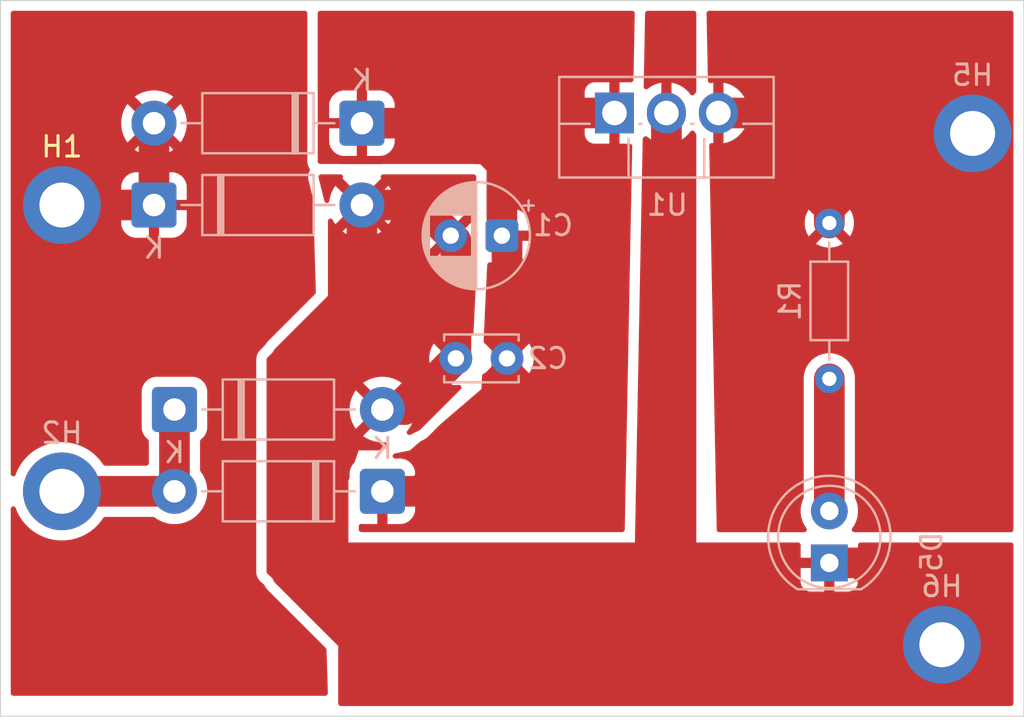
<source format=kicad_pcb>
(kicad_pcb (version 20241229) (generator "pcbnew") (generator_version "9.0")
  (layers (0 "F.Cu" signal) (2 "B.Cu" signal) (13 "F.Paste" user) (15 "B.Paste" user) (5 "F.SilkS" user "F.Silkscreen") (7 "B.SilkS" user "B.Silkscreen") (1 "F.Mask" user) (3 "B.Mask" user) (25 "Edge.Cuts" user))
  (net 0 "")
  (net 1 "Net-(D2-A)")
  (net 2 "Net-(D1-K)")
  (net 3 "Net-(D1-A)")
  (net 4 "Net-(D5-A)")
  (net 5 "Net-(U1-OUT)")
  (net 6 "Net-(D3-K)")
  (footprint "MountingHole:MountingHole_2.2mm_M2_DIN965_Pad" (layer "F.Cu") (at 98.5 115)
    (property "Reference" "H1" (at 0 -2.85 0) (layer "F.SilkS"))
    (property "Value" "MountingHole_Pad" (hide yes))
    (pad "1" thru_hole circle (at 0 0) (size 3.8 3.8) (drill 2.2) (layers "*.Cu" "*.Mask") (net 3 "Net-(D1-A)"))
  )
  (footprint "Diode_THT:D_DO-41_SOD81_P10.16mm_Horizontal" (layer "B.Cu") (at 114.16 129 180)
    (property "Reference" "D4" (hide yes))
    (property "Value" "1N4007" (hide yes))
    (fp_line (start 8.82 0) (end 7.8 0) (stroke (width 0.12)) (layer "B.SilkS"))
    (fp_line (start 3.38 1.47) (end 3.38 -1.47) (stroke (width 0.12)) (layer "B.SilkS"))
    (fp_line (start 3.26 1.47) (end 3.26 -1.47) (stroke (width 0.12)) (layer "B.SilkS"))
    (fp_line (start 3.14 1.47) (end 3.14 -1.47) (stroke (width 0.12)) (layer "B.SilkS"))
    (fp_line (start 1.34 0) (end 2.36 0) (stroke (width 0.12)) (layer "B.SilkS"))
    (fp_rect (start 2.36 1.47) (end 7.8 -1.47) (stroke (width 0.12)) (fill no) (layer "B.SilkS"))
    (fp_text user "K" (at 0 2.1 0) (layer "B.SilkS") (effects (justify mirror)))
    (pad "1" thru_hole roundrect (at 0 0 180) (size 2.2 2.2) (drill 1.1) (layers "*.Cu" "*.Mask") (roundrect_rratio 0.113636) (net 2 "Net-(D1-K)"))
    (pad "2" thru_hole circle (at 10.16 0 180) (size 2.2 2.2) (drill 1.1) (layers "*.Cu" "*.Mask") (net 6 "Net-(D3-K)"))
  )
  (footprint "Diode_THT:D_DO-41_SOD81_P10.16mm_Horizontal" (layer "B.Cu") (at 103 115)
    (property "Reference" "D2" (hide yes))
    (property "Value" "1N4007" (hide yes))
    (fp_line (start 1.34 0) (end 2.36 0) (stroke (width 0.12)) (layer "B.SilkS"))
    (fp_line (start 3.14 1.47) (end 3.14 -1.47) (stroke (width 0.12)) (layer "B.SilkS"))
    (fp_line (start 3.26 1.47) (end 3.26 -1.47) (stroke (width 0.12)) (layer "B.SilkS"))
    (fp_line (start 3.38 1.47) (end 3.38 -1.47) (stroke (width 0.12)) (layer "B.SilkS"))
    (fp_line (start 8.82 0) (end 7.8 0) (stroke (width 0.12)) (layer "B.SilkS"))
    (fp_rect (start 2.36 1.47) (end 7.8 -1.47) (stroke (width 0.12)) (fill no) (layer "B.SilkS"))
    (fp_text user "K" (at 0 2.1 0) (layer "B.SilkS") (effects (justify mirror)))
    (pad "1" thru_hole roundrect (at 0 0) (size 2.2 2.2) (drill 1.1) (layers "*.Cu" "*.Mask") (roundrect_rratio 0.113636) (net 3 "Net-(D1-A)"))
    (pad "2" thru_hole circle (at 10.16 0) (size 2.2 2.2) (drill 1.1) (layers "*.Cu" "*.Mask") (net 1 "Net-(D2-A)"))
  )
  (footprint "Diode_THT:D_DO-41_SOD81_P10.16mm_Horizontal" (layer "B.Cu") (at 113.16 111 180)
    (property "Reference" "D1" (hide yes))
    (property "Value" "1N4007" (hide yes))
    (fp_line (start 8.82 0) (end 7.8 0) (stroke (width 0.12)) (layer "B.SilkS"))
    (fp_line (start 3.38 1.47) (end 3.38 -1.47) (stroke (width 0.12)) (layer "B.SilkS"))
    (fp_line (start 3.26 1.47) (end 3.26 -1.47) (stroke (width 0.12)) (layer "B.SilkS"))
    (fp_line (start 3.14 1.47) (end 3.14 -1.47) (stroke (width 0.12)) (layer "B.SilkS"))
    (fp_line (start 1.34 0) (end 2.36 0) (stroke (width 0.12)) (layer "B.SilkS"))
    (fp_rect (start 2.36 1.47) (end 7.8 -1.47) (stroke (width 0.12)) (fill no) (layer "B.SilkS"))
    (fp_text user "K" (at 0 2.1 0) (layer "B.SilkS") (effects (justify mirror)))
    (pad "1" thru_hole roundrect (at 0 0 180) (size 2.2 2.2) (drill 1.1) (layers "*.Cu" "*.Mask") (roundrect_rratio 0.113636) (net 2 "Net-(D1-K)"))
    (pad "2" thru_hole circle (at 10.16 0 180) (size 2.2 2.2) (drill 1.1) (layers "*.Cu" "*.Mask") (net 3 "Net-(D1-A)"))
  )
  (footprint "Capacitor_THT:C_Disc_D3.4mm_W2.1mm_P2.50mm" (layer "B.Cu") (at 117.75 122.5)
    (property "Reference" "C2" (at 4.5 0 0) (layer "B.SilkS") (effects (justify mirror)))
    (property "Value" "0,1uF")
    (fp_line (start -0.57 -1.17) (end -0.57 -0.87) (stroke (width 0.12)) (layer "B.SilkS"))
    (fp_line (start -0.57 0.87) (end -0.57 1.17) (stroke (width 0.12)) (layer "B.SilkS"))
    (fp_line (start -0.57 1.17) (end 3.07 1.17) (stroke (width 0.12)) (layer "B.SilkS"))
    (fp_line (start 3.07 -1.17) (end -0.57 -1.17) (stroke (width 0.12)) (layer "B.SilkS"))
    (fp_line (start 3.07 -0.87) (end 3.07 -1.17) (stroke (width 0.12)) (layer "B.SilkS"))
    (fp_line (start 3.07 1.17) (end 3.07 0.87) (stroke (width 0.12)) (layer "B.SilkS"))
    (pad "1" thru_hole circle (at 0 0) (size 1.6 1.6) (drill 0.8) (layers "*.Cu" "*.Mask") (net 1 "Net-(D2-A)"))
    (pad "2" thru_hole circle (at 2.5 0) (size 1.6 1.6) (drill 0.8) (layers "*.Cu" "*.Mask") (net 2 "Net-(D1-K)"))
  )
  (footprint "MountingHole:MountingHole_2.2mm_M2_DIN965_Pad" (layer "B.Cu") (at 141.5 136.5 180)
    (property "Reference" "H6" (at 0 2.85 0) (layer "B.SilkS") (effects (justify mirror)))
    (property "Value" "-")
    (pad "1" thru_hole circle (at 0 0 180) (size 3.8 3.8) (drill 2.2) (layers "*.Cu" "*.Mask") (net 1 "Net-(D2-A)"))
  )
  (footprint "Package_TO_SOT_THT:TO-220F-3_Vertical" (layer "B.Cu") (at 125.5 110.5)
    (property "Reference" "U1" (at 2.58 4.5 0) (layer "B.SilkS") (effects (justify mirror)))
    (property "Value" "L7805")
    (fp_line (start -2.7 -1.763) (end -2.7 3.157) (stroke (width 0.12)) (layer "B.SilkS"))
    (fp_line (start -2.7 0.527) (end -1.212 0.527) (stroke (width 0.12)) (layer "B.SilkS"))
    (fp_line (start -2.7 3.157) (end 7.78 3.157) (stroke (width 0.12)) (layer "B.SilkS"))
    (fp_line (start 0.69 3.157) (end 0.69 1.26) (stroke (width 0.12)) (layer "B.SilkS"))
    (fp_line (start 1.212 0.527) (end 1.327 0.528) (stroke (width 0.12)) (layer "B.SilkS"))
    (fp_line (start 3.752 0.528) (end 3.867 0.528) (stroke (width 0.12)) (layer "B.SilkS"))
    (fp_line (start 4.39 3.157) (end 4.39 1.26) (stroke (width 0.12)) (layer "B.SilkS"))
    (fp_line (start 6.292 0.528) (end 7.78 0.527) (stroke (width 0.12)) (layer "B.SilkS"))
    (fp_line (start 7.78 -1.763) (end -2.7 -1.763) (stroke (width 0.12)) (layer "B.SilkS"))
    (fp_line (start 7.78 3.157) (end 7.78 -1.763) (stroke (width 0.12)) (layer "B.SilkS"))
    (pad "1" thru_hole rect (at 0 0) (size 1.905 2) (drill 1.2) (layers "*.Cu" "*.Mask") (net 2 "Net-(D1-K)"))
    (pad "2" thru_hole oval (at 2.54 0) (size 1.905 2) (drill 1.2) (layers "*.Cu" "*.Mask") (net 1 "Net-(D2-A)"))
    (pad "3" thru_hole oval (at 5.08 0) (size 1.905 2) (drill 1.2) (layers "*.Cu" "*.Mask") (net 5 "Net-(U1-OUT)"))
  )
  (footprint "MountingHole:MountingHole_2.2mm_M2_DIN965_Pad" (layer "B.Cu") (at 143 111.5 180)
    (property "Reference" "H5" (at 0 2.85 0) (layer "B.SilkS") (effects (justify mirror)))
    (property "Value" "+")
    (pad "1" thru_hole circle (at 0 0 180) (size 3.8 3.8) (drill 2.2) (layers "*.Cu" "*.Mask") (net 5 "Net-(U1-OUT)"))
  )
  (footprint "MountingHole:MountingHole_2.2mm_M2_DIN965_Pad" (layer "B.Cu") (at 98.5 129 180)
    (property "Reference" "H2" (at 0 2.85 0) (layer "B.SilkS") (effects (justify mirror)))
    (property "Value" "MountingHole_Pad" (hide yes))
    (pad "1" thru_hole circle (at 0 0 180) (size 3.8 3.8) (drill 2.2) (layers "*.Cu" "*.Mask") (net 6 "Net-(D3-K)"))
  )
  (footprint "LED_THT:LED_D5.0mm" (layer "B.Cu") (at 136 132.5 90)
    (property "Reference" "D5" (at 0.54 5 90) (layer "B.SilkS") (effects (justify mirror)))
    (property "Value" "LED")
    (fp_line (start -1.29 1.545) (end -1.29 -1.545) (stroke (width 0.12)) (layer "B.SilkS"))
    (fp_arc (start -1.29 -1.54483) (mid 2.071779 -2.880495) (end 4.26 0) (stroke (width 0.12)) (layer "B.SilkS"))
    (fp_arc (start 4.26 0) (mid 2.071779 2.880495) (end -1.29 1.54483) (stroke (width 0.12)) (layer "B.SilkS"))
    (fp_circle (center 1.27 0) (end 3.77 0) (stroke (width 0.12)) (fill no) (layer "B.SilkS"))
    (pad "1" thru_hole rect (at 0 0 90) (size 1.8 1.8) (drill 0.9) (layers "*.Cu" "*.Mask") (net 1 "Net-(D2-A)"))
    (pad "2" thru_hole circle (at 2.54 0 90) (size 1.8 1.8) (drill 0.9) (layers "*.Cu" "*.Mask") (net 4 "Net-(D5-A)"))
  )
  (footprint "Capacitor_THT:CP_Radial_D5.0mm_P2.50mm" (layer "B.Cu") (at 120 116.5 180)
    (property "Reference" "C1" (at -2.5 0.5 0) (layer "B.SilkS") (effects (justify mirror)))
    (property "Value" "100uF")
    (fp_line (start 3.85 0.283) (end 3.85 -0.283) (stroke (width 0.12)) (layer "B.SilkS"))
    (fp_line (start 3.81 0.517) (end 3.81 -0.517) (stroke (width 0.12)) (layer "B.SilkS"))
    (fp_line (start 3.77 0.677) (end 3.77 -0.677) (stroke (width 0.12)) (layer "B.SilkS"))
    (fp_line (start 3.73 0.805) (end 3.73 -0.805) (stroke (width 0.12)) (layer "B.SilkS"))
    (fp_line (start 3.69 0.914) (end 3.69 -0.914) (stroke (width 0.12)) (layer "B.SilkS"))
    (fp_line (start 3.65 1.011) (end 3.65 -1.011) (stroke (width 0.12)) (layer "B.SilkS"))
    (fp_line (start 3.61 1.098) (end 3.61 -1.098) (stroke (width 0.12)) (layer "B.SilkS"))
    (fp_line (start 3.57 1.177) (end 3.57 -1.177) (stroke (width 0.12)) (layer "B.SilkS"))
    (fp_line (start 3.53 1.251) (end 3.53 1.04) (stroke (width 0.12)) (layer "B.SilkS"))
    (fp_line (start 3.53 -1.04) (end 3.53 -1.251) (stroke (width 0.12)) (layer "B.SilkS"))
    (fp_line (start 3.49 1.319) (end 3.49 1.04) (stroke (width 0.12)) (layer "B.SilkS"))
    (fp_line (start 3.49 -1.04) (end 3.49 -1.319) (stroke (width 0.12)) (layer "B.SilkS"))
    (fp_line (start 3.45 1.383) (end 3.45 1.04) (stroke (width 0.12)) (layer "B.SilkS"))
    (fp_line (start 3.45 -1.04) (end 3.45 -1.383) (stroke (width 0.12)) (layer "B.SilkS"))
    (fp_line (start 3.41 1.443) (end 3.41 1.04) (stroke (width 0.12)) (layer "B.SilkS"))
    (fp_line (start 3.41 -1.04) (end 3.41 -1.443) (stroke (width 0.12)) (layer "B.SilkS"))
    (fp_line (start 3.37 1.499) (end 3.37 1.04) (stroke (width 0.12)) (layer "B.SilkS"))
    (fp_line (start 3.37 -1.04) (end 3.37 -1.499) (stroke (width 0.12)) (layer "B.SilkS"))
    (fp_line (start 3.33 1.553) (end 3.33 1.04) (stroke (width 0.12)) (layer "B.SilkS"))
    (fp_line (start 3.33 -1.04) (end 3.33 -1.553) (stroke (width 0.12)) (layer "B.SilkS"))
    (fp_line (start 3.29 1.604) (end 3.29 1.04) (stroke (width 0.12)) (layer "B.SilkS"))
    (fp_line (start 3.29 -1.04) (end 3.29 -1.604) (stroke (width 0.12)) (layer "B.SilkS"))
    (fp_line (start 3.25 1.652) (end 3.25 1.04) (stroke (width 0.12)) (layer "B.SilkS"))
    (fp_line (start 3.25 -1.04) (end 3.25 -1.652) (stroke (width 0.12)) (layer "B.SilkS"))
    (fp_line (start 3.21 1.699) (end 3.21 1.04) (stroke (width 0.12)) (layer "B.SilkS"))
    (fp_line (start 3.21 -1.04) (end 3.21 -1.699) (stroke (width 0.12)) (layer "B.SilkS"))
    (fp_line (start 3.17 1.743) (end 3.17 1.04) (stroke (width 0.12)) (layer "B.SilkS"))
    (fp_line (start 3.17 -1.04) (end 3.17 -1.743) (stroke (width 0.12)) (layer "B.SilkS"))
    (fp_line (start 3.13 1.785) (end 3.13 1.04) (stroke (width 0.12)) (layer "B.SilkS"))
    (fp_line (start 3.13 -1.04) (end 3.13 -1.785) (stroke (width 0.12)) (layer "B.SilkS"))
    (fp_line (start 3.09 1.825) (end 3.09 1.04) (stroke (width 0.12)) (layer "B.SilkS"))
    (fp_line (start 3.09 -1.04) (end 3.09 -1.825) (stroke (width 0.12)) (layer "B.SilkS"))
    (fp_line (start 3.05 1.864) (end 3.05 1.04) (stroke (width 0.12)) (layer "B.SilkS"))
    (fp_line (start 3.05 -1.04) (end 3.05 -1.864) (stroke (width 0.12)) (layer "B.SilkS"))
    (fp_line (start 3.01 1.901) (end 3.01 1.04) (stroke (width 0.12)) (layer "B.SilkS"))
    (fp_line (start 3.01 -1.04) (end 3.01 -1.901) (stroke (width 0.12)) (layer "B.SilkS"))
    (fp_line (start 2.97 1.936) (end 2.97 1.04) (stroke (width 0.12)) (layer "B.SilkS"))
    (fp_line (start 2.97 -1.04) (end 2.97 -1.936) (stroke (width 0.12)) (layer "B.SilkS"))
    (fp_line (start 2.93 1.97) (end 2.93 1.04) (stroke (width 0.12)) (layer "B.SilkS"))
    (fp_line (start 2.93 -1.04) (end 2.93 -1.97) (stroke (width 0.12)) (layer "B.SilkS"))
    (fp_line (start 2.89 2.003) (end 2.89 1.04) (stroke (width 0.12)) (layer "B.SilkS"))
    (fp_line (start 2.89 -1.04) (end 2.89 -2.003) (stroke (width 0.12)) (layer "B.SilkS"))
    (fp_line (start 2.85 2.035) (end 2.85 1.04) (stroke (width 0.12)) (layer "B.SilkS"))
    (fp_line (start 2.85 -1.04) (end 2.85 -2.035) (stroke (width 0.12)) (layer "B.SilkS"))
    (fp_line (start 2.81 2.065) (end 2.81 1.04) (stroke (width 0.12)) (layer "B.SilkS"))
    (fp_line (start 2.81 -1.04) (end 2.81 -2.065) (stroke (width 0.12)) (layer "B.SilkS"))
    (fp_line (start 2.77 2.094) (end 2.77 1.04) (stroke (width 0.12)) (layer "B.SilkS"))
    (fp_line (start 2.77 -1.04) (end 2.77 -2.094) (stroke (width 0.12)) (layer "B.SilkS"))
    (fp_line (start 2.73 2.122) (end 2.73 1.04) (stroke (width 0.12)) (layer "B.SilkS"))
    (fp_line (start 2.73 -1.04) (end 2.73 -2.122) (stroke (width 0.12)) (layer "B.SilkS"))
    (fp_line (start 2.69 2.149) (end 2.69 1.04) (stroke (width 0.12)) (layer "B.SilkS"))
    (fp_line (start 2.69 -1.04) (end 2.69 -2.149) (stroke (width 0.12)) (layer "B.SilkS"))
    (fp_line (start 2.65 2.175) (end 2.65 1.04) (stroke (width 0.12)) (layer "B.SilkS"))
    (fp_line (start 2.65 -1.04) (end 2.65 -2.175) (stroke (width 0.12)) (layer "B.SilkS"))
    (fp_line (start 2.61 2.199) (end 2.61 1.04) (stroke (width 0.12)) (layer "B.SilkS"))
    (fp_line (start 2.61 -1.04) (end 2.61 -2.199) (stroke (width 0.12)) (layer "B.SilkS"))
    (fp_line (start 2.57 2.223) (end 2.57 1.04) (stroke (width 0.12)) (layer "B.SilkS"))
    (fp_line (start 2.57 -1.04) (end 2.57 -2.223) (stroke (width 0.12)) (layer "B.SilkS"))
    (fp_line (start 2.53 2.246) (end 2.53 1.04) (stroke (width 0.12)) (layer "B.SilkS"))
    (fp_line (start 2.53 -1.04) (end 2.53 -2.246) (stroke (width 0.12)) (layer "B.SilkS"))
    (fp_line (start 2.49 2.268) (end 2.49 1.04) (stroke (width 0.12)) (layer "B.SilkS"))
    (fp_line (start 2.49 -1.04) (end 2.49 -2.268) (stroke (width 0.12)) (layer "B.SilkS"))
    (fp_line (start 2.45 2.289) (end 2.45 1.04) (stroke (width 0.12)) (layer "B.SilkS"))
    (fp_line (start 2.45 -1.04) (end 2.45 -2.289) (stroke (width 0.12)) (layer "B.SilkS"))
    (fp_line (start 2.41 2.309) (end 2.41 1.04) (stroke (width 0.12)) (layer "B.SilkS"))
    (fp_line (start 2.41 -1.04) (end 2.41 -2.309) (stroke (width 0.12)) (layer "B.SilkS"))
    (fp_line (start 2.37 2.329) (end 2.37 1.04) (stroke (width 0.12)) (layer "B.SilkS"))
    (fp_line (start 2.37 -1.04) (end 2.37 -2.329) (stroke (width 0.12)) (layer "B.SilkS"))
    (fp_line (start 2.33 2.347) (end 2.33 1.04) (stroke (width 0.12)) (layer "B.SilkS"))
    (fp_line (start 2.33 -1.04) (end 2.33 -2.347) (stroke (width 0.12)) (layer "B.SilkS"))
    (fp_line (start 2.29 2.365) (end 2.29 1.04) (stroke (width 0.12)) (layer "B.SilkS"))
    (fp_line (start 2.29 -1.04) (end 2.29 -2.365) (stroke (width 0.12)) (layer "B.SilkS"))
    (fp_line (start 2.25 2.382) (end 2.25 1.04) (stroke (width 0.12)) (layer "B.SilkS"))
    (fp_line (start 2.25 -1.04) (end 2.25 -2.382) (stroke (width 0.12)) (layer "B.SilkS"))
    (fp_line (start 2.21 2.398) (end 2.21 1.04) (stroke (width 0.12)) (layer "B.SilkS"))
    (fp_line (start 2.21 -1.04) (end 2.21 -2.398) (stroke (width 0.12)) (layer "B.SilkS"))
    (fp_line (start 2.17 2.413) (end 2.17 1.04) (stroke (width 0.12)) (layer "B.SilkS"))
    (fp_line (start 2.17 -1.04) (end 2.17 -2.413) (stroke (width 0.12)) (layer "B.SilkS"))
    (fp_line (start 2.13 2.428) (end 2.13 1.04) (stroke (width 0.12)) (layer "B.SilkS"))
    (fp_line (start 2.13 -1.04) (end 2.13 -2.428) (stroke (width 0.12)) (layer "B.SilkS"))
    (fp_line (start 2.09 2.442) (end 2.09 1.04) (stroke (width 0.12)) (layer "B.SilkS"))
    (fp_line (start 2.09 -1.04) (end 2.09 -2.442) (stroke (width 0.12)) (layer "B.SilkS"))
    (fp_line (start 2.05 2.455) (end 2.05 1.04) (stroke (width 0.12)) (layer "B.SilkS"))
    (fp_line (start 2.05 -1.04) (end 2.05 -2.455) (stroke (width 0.12)) (layer "B.SilkS"))
    (fp_line (start 2.01 2.467) (end 2.01 1.04) (stroke (width 0.12)) (layer "B.SilkS"))
    (fp_line (start 2.01 -1.04) (end 2.01 -2.467) (stroke (width 0.12)) (layer "B.SilkS"))
    (fp_line (start 1.97 2.479) (end 1.97 1.04) (stroke (width 0.12)) (layer "B.SilkS"))
    (fp_line (start 1.97 -1.04) (end 1.97 -2.479) (stroke (width 0.12)) (layer "B.SilkS"))
    (fp_line (start 1.93 2.49) (end 1.93 1.04) (stroke (width 0.12)) (layer "B.SilkS"))
    (fp_line (start 1.93 -1.04) (end 1.93 -2.49) (stroke (width 0.12)) (layer "B.SilkS"))
    (fp_line (start 1.89 2.501) (end 1.89 1.04) (stroke (width 0.12)) (layer "B.SilkS"))
    (fp_line (start 1.89 -1.04) (end 1.89 -2.501) (stroke (width 0.12)) (layer "B.SilkS"))
    (fp_line (start 1.85 2.51) (end 1.85 1.04) (stroke (width 0.12)) (layer "B.SilkS"))
    (fp_line (start 1.85 -1.04) (end 1.85 -2.51) (stroke (width 0.12)) (layer "B.SilkS"))
    (fp_line (start 1.81 2.519) (end 1.81 1.04) (stroke (width 0.12)) (layer "B.SilkS"))
    (fp_line (start 1.81 -1.04) (end 1.81 -2.519) (stroke (width 0.12)) (layer "B.SilkS"))
    (fp_line (start 1.77 2.528) (end 1.77 1.04) (stroke (width 0.12)) (layer "B.SilkS"))
    (fp_line (start 1.77 -1.04) (end 1.77 -2.528) (stroke (width 0.12)) (layer "B.SilkS"))
    (fp_line (start 1.73 2.536) (end 1.73 1.04) (stroke (width 0.12)) (layer "B.SilkS"))
    (fp_line (start 1.73 -1.04) (end 1.73 -2.536) (stroke (width 0.12)) (layer "B.SilkS"))
    (fp_line (start 1.69 2.543) (end 1.69 1.04) (stroke (width 0.12)) (layer "B.SilkS"))
    (fp_line (start 1.69 -1.04) (end 1.69 -2.543) (stroke (width 0.12)) (layer "B.SilkS"))
    (fp_line (start 1.65 2.549) (end 1.65 1.04) (stroke (width 0.12)) (layer "B.SilkS"))
    (fp_line (start 1.65 -1.04) (end 1.65 -2.549) (stroke (width 0.12)) (layer "B.SilkS"))
    (fp_line (start 1.61 2.555) (end 1.61 1.04) (stroke (width 0.12)) (layer "B.SilkS"))
    (fp_line (start 1.61 -1.04) (end 1.61 -2.555) (stroke (width 0.12)) (layer "B.SilkS"))
    (fp_line (start 1.57 2.56) (end 1.57 1.04) (stroke (width 0.12)) (layer "B.SilkS"))
    (fp_line (start 1.57 -1.04) (end 1.57 -2.56) (stroke (width 0.12)) (layer "B.SilkS"))
    (fp_line (start 1.53 2.565) (end 1.53 1.04) (stroke (width 0.12)) (layer "B.SilkS"))
    (fp_line (start 1.53 -1.04) (end 1.53 -2.565) (stroke (width 0.12)) (layer "B.SilkS"))
    (fp_line (start 1.49 2.569) (end 1.49 1.04) (stroke (width 0.12)) (layer "B.SilkS"))
    (fp_line (start 1.49 -1.04) (end 1.49 -2.569) (stroke (width 0.12)) (layer "B.SilkS"))
    (fp_line (start 1.45 2.572) (end 1.45 -2.572) (stroke (width 0.12)) (layer "B.SilkS"))
    (fp_line (start 1.41 2.575) (end 1.41 -2.575) (stroke (width 0.12)) (layer "B.SilkS"))
    (fp_line (start 1.37 2.577) (end 1.37 -2.577) (stroke (width 0.12)) (layer "B.SilkS"))
    (fp_line (start 1.33 2.579) (end 1.33 -2.579) (stroke (width 0.12)) (layer "B.SilkS"))
    (fp_line (start 1.29 2.58) (end 1.29 -2.58) (stroke (width 0.12)) (layer "B.SilkS"))
    (fp_line (start 1.25 2.58) (end 1.25 -2.58) (stroke (width 0.12)) (layer "B.SilkS"))
    (fp_line (start -1.304775 1.725) (end -1.304775 1.225) (stroke (width 0.12)) (layer "B.SilkS"))
    (fp_line (start -1.554775 1.475) (end -1.054775 1.475) (stroke (width 0.12)) (layer "B.SilkS"))
    (fp_circle (center 1.25 0) (end 3.87 0) (stroke (width 0.12)) (fill no) (layer "B.SilkS"))
    (pad "1" thru_hole roundrect (at 0 0 180) (size 1.6 1.6) (drill 0.8) (layers "*.Cu" "*.Mask") (roundrect_rratio 0.15625) (net 2 "Net-(D1-K)"))
    (pad "2" thru_hole circle (at 2.5 0 180) (size 1.6 1.6) (drill 0.8) (layers "*.Cu" "*.Mask") (net 1 "Net-(D2-A)"))
  )
  (footprint "Diode_THT:D_DO-41_SOD81_P10.16mm_Horizontal" (layer "B.Cu") (at 104 125)
    (property "Reference" "D3" (hide yes))
    (property "Value" "1N4007" (hide yes))
    (fp_line (start 1.34 0) (end 2.36 0) (stroke (width 0.12)) (layer "B.SilkS"))
    (fp_line (start 3.14 1.47) (end 3.14 -1.47) (stroke (width 0.12)) (layer "B.SilkS"))
    (fp_line (start 3.26 1.47) (end 3.26 -1.47) (stroke (width 0.12)) (layer "B.SilkS"))
    (fp_line (start 3.38 1.47) (end 3.38 -1.47) (stroke (width 0.12)) (layer "B.SilkS"))
    (fp_line (start 8.82 0) (end 7.8 0) (stroke (width 0.12)) (layer "B.SilkS"))
    (fp_rect (start 2.36 1.47) (end 7.8 -1.47) (stroke (width 0.12)) (fill no) (layer "B.SilkS"))
    (fp_text user "K" (at 0 2.1 0) (layer "B.SilkS") (effects (justify mirror)))
    (pad "1" thru_hole roundrect (at 0 0) (size 2.2 2.2) (drill 1.1) (layers "*.Cu" "*.Mask") (roundrect_rratio 0.113636) (net 6 "Net-(D3-K)"))
    (pad "2" thru_hole circle (at 10.16 0) (size 2.2 2.2) (drill 1.1) (layers "*.Cu" "*.Mask") (net 1 "Net-(D2-A)"))
  )
  (footprint "Resistor_THT:R_Axial_DIN0204_L3.6mm_D1.6mm_P7.62mm_Horizontal" (layer "B.Cu") (at 136 115.88 -90)
    (property "Reference" "R1" (at 3.81 1.92 90) (layer "B.SilkS") (effects (justify mirror)))
    (property "Value" "470")
    (fp_line (start 0.94 0) (end 1.89 0) (stroke (width 0.12)) (layer "B.SilkS"))
    (fp_line (start 6.68 0) (end 5.73 0) (stroke (width 0.12)) (layer "B.SilkS"))
    (fp_rect (start 1.89 0.92) (end 5.73 -0.92) (stroke (width 0.12)) (fill no) (layer "B.SilkS"))
    (pad "1" thru_hole circle (at 0 0 270) (size 1.4 1.4) (drill 0.7) (layers "*.Cu" "*.Mask") (net 5 "Net-(U1-OUT)"))
    (pad "2" thru_hole circle (at 7.62 0 270) (size 1.4 1.4) (drill 0.7) (layers "*.Cu" "*.Mask") (net 4 "Net-(D5-A)"))
  )
  (gr_rect (start 95.5 105) (end 145.5 140) (stroke (width 0.05)) (fill no) (layer "Edge.Cuts"))
  (segment (start 115.25 125) (end 117.75 122.5) (width 1.5) (layer "F.Cu") (net 1))
  (segment (start 137.5 132.5) (end 141.5 136.5) (width 1.5) (layer "F.Cu") (net 1))
  (segment (start 141.5 136.5) (end 128 136.5) (width 1.5) (layer "F.Cu") (net 1))
  (segment (start 128.04 110.5) (end 128.04 136.46) (width 1.5) (layer "F.Cu") (net 1))
  (segment (start 113.16 118.84) (end 113.16 115) (width 1.5) (layer "F.Cu") (net 1))
  (segment (start 128.04 136.46) (end 128 136.5) (width 1.5) (layer "F.Cu") (net 1))
  (segment (start 109.5 133) (end 109.5 125.5) (width 1.5) (layer "F.Cu") (net 1))
  (segment (start 128 136.5) (end 113 136.5) (width 1.5) (layer "F.Cu") (net 1))
  (segment (start 117.75 122.5) (end 117.75 116.75) (width 1.5) (layer "F.Cu") (net 1))
  (segment (start 113 136.5) (end 109.5 133) (width 1.5) (layer "F.Cu") (net 1))
  (segment (start 114.16 125) (end 115.25 125) (width 1.5) (layer "F.Cu") (net 1))
  (segment (start 136 132.5) (end 137.5 132.5) (width 1.5) (layer "F.Cu") (net 1))
  (segment (start 109.5 122.5) (end 113.16 118.84) (width 1.5) (layer "F.Cu") (net 1))
  (segment (start 117.75 116.75) (end 117.5 116.5) (width 1.5) (layer "F.Cu") (net 1))
  (segment (start 116 115) (end 117.5 116.5) (width 1.5) (layer "F.Cu") (net 1))
  (segment (start 113.16 115) (end 116 115) (width 1.5) (layer "F.Cu") (net 1))
  (segment (start 109.5 125.5) (end 109.5 122.5) (width 1.5) (layer "F.Cu") (net 1))
  (segment (start 120.25 122.5) (end 120.25 116.75) (width 1.5) (layer "F.Cu") (net 2))
  (segment (start 118 111) (end 120 113) (width 1.5) (layer "F.Cu") (net 2))
  (segment (start 116 129) (end 120.25 124.75) (width 1.5) (layer "F.Cu") (net 2))
  (segment (start 113.16 111) (end 118 111) (width 1.5) (layer "F.Cu") (net 2))
  (segment (start 125.5 110.5) (end 118.5 110.5) (width 1.5) (layer "F.Cu") (net 2))
  (segment (start 120.25 116.75) (end 120 116.5) (width 1.5) (layer "F.Cu") (net 2))
  (segment (start 118.5 110.5) (end 118 111) (width 1.5) (layer "F.Cu") (net 2))
  (segment (start 120.25 124.75) (end 120.25 122.5) (width 1.5) (layer "F.Cu") (net 2))
  (segment (start 120 113) (end 120 116.5) (width 1.5) (layer "F.Cu") (net 2))
  (segment (start 114.16 129) (end 116 129) (width 1.5) (layer "F.Cu") (net 2))
  (segment (start 98.5 115) (end 103 115) (width 1.5) (layer "F.Cu") (net 3))
  (segment (start 103 115) (end 103 111) (width 1.5) (layer "F.Cu") (net 3))
  (segment (start 136 129.96) (end 136 123.5) (width 1.5) (layer "F.Cu") (net 4))
  (segment (start 136 115.88) (end 136 110.5) (width 1.5) (layer "F.Cu") (net 5))
  (segment (start 136 110.5) (end 142 110.5) (width 1.5) (layer "F.Cu") (net 5))
  (segment (start 142 110.5) (end 143 111.5) (width 1.5) (layer "F.Cu") (net 5))
  (segment (start 130.58 110.5) (end 136 110.5) (width 1.5) (layer "F.Cu") (net 5))
  (segment (start 104 129) (end 104 125) (width 1.5) (layer "F.Cu") (net 6))
  (segment (start 98.5 129) (end 104 129) (width 1.5) (layer "F.Cu") (net 6))
  (zone (net 1) (net_name "Net-(D2-A)") (layer "F.Cu") (priority 2) (connect_pads (clearance 0.5)) (min_thickness 0.25) (fill yes (thermal_gap 0.5) (thermal_bridge_width 0.5))
    (polygon (pts (xy 111 113.5) (xy 119 113.5) (xy 118.5 123.5) (xy 116 126) (xy 114 127) (xy 113 127) (xy 112.5 128.5) (xy 112.5 131.5) (xy 126.5 131.5) (xy 127 105.5) (xy 129.5 105.5) (xy 129.5 131.5) (xy 145 131.5) (xy 145 139.5) (xy 112 139.5) (xy 112 136) (xy 108.5 133) (xy 108.5 122.5) (xy 111.5 119.5) (xy 111.5 115.5)))
  )
  (zone (net 3) (net_name "Net-(D1-A)") (layer "F.Cu") (connect_pads (clearance 0.5)) (min_thickness 0.25) (fill yes (thermal_gap 0.5) (thermal_bridge_width 0.5))
    (polygon (pts (xy 95.5 105.5) (xy 110.5 105.5) (xy 111.5 139) (xy 96 139)))
  )
  (zone (net 5) (net_name "Net-(U1-OUT)") (layer "F.Cu") (priority 4) (connect_pads (clearance 0.5)) (min_thickness 0.25) (fill yes (thermal_gap 0.5) (thermal_bridge_width 0.5))
    (polygon (pts (xy 130 105.5) (xy 145 105.5) (xy 145 131) (xy 130.5 131)))
  )
  (zone (net 2) (net_name "Net-(D1-K)") (layer "F.Cu") (priority 1) (connect_pads (clearance 0.5)) (min_thickness 0.25) (fill yes (thermal_gap 0.5) (thermal_bridge_width 0.5))
    (polygon (pts (xy 111 105.5) (xy 111 113) (xy 119.5 113) (xy 119 124) (xy 115.5 127) (xy 113 127.5) (xy 113 131) (xy 126 131) (xy 126.5 106) (xy 126.5 105.5)))
  )
)
</source>
